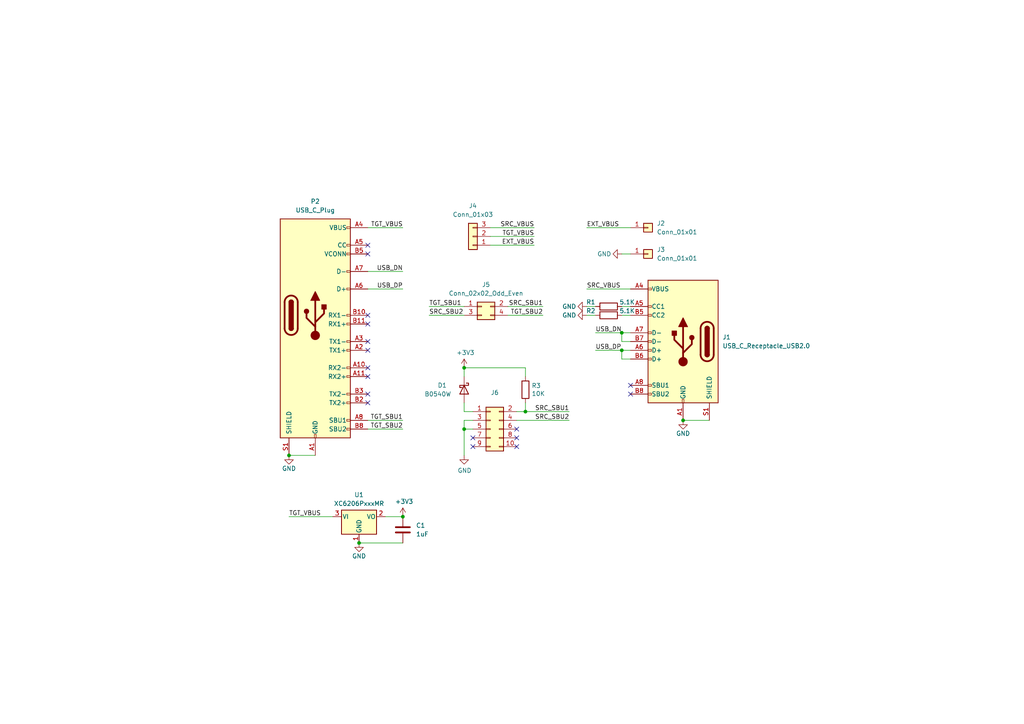
<source format=kicad_sch>
(kicad_sch (version 20231120) (generator "eeschema") (generator_version "8.0")
  (paper "A4")
  (title_block (title "Sitina 1 USB-C Breakout") (date "2024-05-09") (rev "R0.9") (company "Copyright 2024 Wenting Zhang"))
  (lib_symbols
    (symbol "Connector:USB_C_Plug" (pin_names (offset 1.016))
      (property "Reference" "P" (at -10.16 29.21 0))
      (property "Value" "USB_C_Plug" (at 10.16 29.21 0))
      (symbol "USB_C_Plug_0_0"
        (rectangle (start -0.254 -35.56) (end 0.254 -34.544))
        (rectangle (start 10.16 -32.766) (end 9.144 -33.274))
        (rectangle (start 10.16 -30.226) (end 9.144 -30.734))
        (rectangle (start 10.16 -25.146) (end 9.144 -25.654))
        (rectangle (start 10.16 -22.606) (end 9.144 -23.114))
        (rectangle (start 10.16 -17.526) (end 9.144 -18.034))
        (rectangle (start 10.16 -14.986) (end 9.144 -15.494))
        (rectangle (start 10.16 -9.906) (end 9.144 -10.414))
        (rectangle (start 10.16 -7.366) (end 9.144 -7.874))
        (rectangle (start 10.16 -2.286) (end 9.144 -2.794))
        (rectangle (start 10.16 0.254) (end 9.144 -0.254))
        (rectangle (start 10.16 7.874) (end 9.144 7.366))
        (rectangle (start 10.16 12.954) (end 9.144 12.446))
        (rectangle (start 10.16 18.034) (end 9.144 17.526))
        (rectangle (start 10.16 20.574) (end 9.144 20.066))
        (rectangle (start 10.16 25.654) (end 9.144 25.146))
      )
      (symbol "USB_C_Plug_0_1"
        (rectangle (start -10.16 27.94) (end 10.16 -35.56) (stroke (width 0.254)) (fill (type background)))
        (arc (start -8.89 -3.81) (mid -6.985 -5.7067) (end -5.08 -3.81) (stroke (width 0.508)))
        (arc (start -7.62 -3.81) (mid -6.985 -4.4423) (end -6.35 -3.81) (stroke (width 0.254)))
        (arc (start -7.62 -3.81) (mid -6.985 -4.4423) (end -6.35 -3.81) (stroke (width 0.254)) (fill (type outline)))
        (rectangle (start -7.62 -3.81) (end -6.35 3.81) (stroke (width 0.254)) (fill (type outline)))
        (arc (start -6.35 3.81) (mid -6.985 4.4423) (end -7.62 3.81) (stroke (width 0.254)))
        (arc (start -6.35 3.81) (mid -6.985 4.4423) (end -7.62 3.81) (stroke (width 0.254)) (fill (type outline)))
        (arc (start -5.08 3.81) (mid -6.985 5.7067) (end -8.89 3.81) (stroke (width 0.508)))
        (polyline (pts (xy -8.89 -3.81) (xy -8.89 3.81)) (stroke (width 0.508)))
        (polyline (pts (xy -5.08 3.81) (xy -5.08 -3.81)) (stroke (width 0.508)))
      )
      (symbol "USB_C_Plug_1_1"
        (circle (center -2.54 1.143) (radius 0.635) (stroke (width 0.254)) (fill (type outline)))
        (circle (center 0 -5.842) (radius 1.27) (fill (type outline)))
        (polyline (pts (xy 0 -5.842) (xy 0 4.318)) (stroke (width 0.508)))
        (polyline (pts (xy 0 -3.302) (xy -2.54 -0.762) (xy -2.54 0.508)) (stroke (width 0.508)))
        (polyline (pts (xy 0 -2.032) (xy 2.54 0.508) (xy 2.54 1.778)) (stroke (width 0.508)))
        (polyline (pts (xy -1.27 4.318) (xy 0 6.858) (xy 1.27 4.318) (xy -1.27 4.318)) (stroke (width 0.254)) (fill (type outline)))
        (rectangle (start 1.905 1.778) (end 3.175 3.048) (stroke (width 0.254)) (fill (type outline)))
        (pin passive line (at 0 -40.64 90) (length 5.08) (name "GND") (number "A1"))
        (pin bidirectional line (at 15.24 -15.24 180) (length 5.08) (name "RX2-") (number "A10"))
        (pin bidirectional line (at 15.24 -17.78 180) (length 5.08) (name "RX2+") (number "A11"))
        (pin passive line (at 0 -40.64 90) (length 5.08) hide (name "GND") (number "A12"))
        (pin bidirectional line (at 15.24 -10.16 180) (length 5.08) (name "TX1+") (number "A2"))
        (pin bidirectional line (at 15.24 -7.62 180) (length 5.08) (name "TX1-") (number "A3"))
        (pin passive line (at 15.24 25.4 180) (length 5.08) (name "VBUS") (number "A4"))
        (pin bidirectional line (at 15.24 20.32 180) (length 5.08) (name "CC") (number "A5"))
        (pin bidirectional line (at 15.24 7.62 180) (length 5.08) (name "D+") (number "A6"))
        (pin bidirectional line (at 15.24 12.7 180) (length 5.08) (name "D-") (number "A7"))
        (pin bidirectional line (at 15.24 -30.48 180) (length 5.08) (name "SBU1") (number "A8"))
        (pin passive line (at 15.24 25.4 180) (length 5.08) hide (name "VBUS") (number "A9"))
        (pin passive line (at 0 -40.64 90) (length 5.08) hide (name "GND") (number "B1"))
        (pin bidirectional line (at 15.24 0 180) (length 5.08) (name "RX1-") (number "B10"))
        (pin bidirectional line (at 15.24 -2.54 180) (length 5.08) (name "RX1+") (number "B11"))
        (pin passive line (at 0 -40.64 90) (length 5.08) hide (name "GND") (number "B12"))
        (pin bidirectional line (at 15.24 -25.4 180) (length 5.08) (name "TX2+") (number "B2"))
        (pin bidirectional line (at 15.24 -22.86 180) (length 5.08) (name "TX2-") (number "B3"))
        (pin passive line (at 15.24 25.4 180) (length 5.08) hide (name "VBUS") (number "B4"))
        (pin bidirectional line (at 15.24 17.78 180) (length 5.08) (name "VCONN") (number "B5"))
        (pin bidirectional line (at 15.24 -33.02 180) (length 5.08) (name "SBU2") (number "B8"))
        (pin passive line (at 15.24 25.4 180) (length 5.08) hide (name "VBUS") (number "B9"))
        (pin passive line (at -7.62 -40.64 90) (length 5.08) (name "SHIELD") (number "S1"))
      )
    )
    (symbol "Connector:USB_C_Receptacle_USB2.0" (pin_names (offset 1.016))
      (property "Reference" "J" (at -10.16 19.05 0))
      (property "Value" "USB_C_Receptacle_USB2.0" (at 19.05 19.05 0))
      (symbol "USB_C_Receptacle_USB2.0_0_0"
        (rectangle (start -0.254 -17.78) (end 0.254 -16.764))
        (rectangle (start 10.16 -14.986) (end 9.144 -15.494))
        (rectangle (start 10.16 -12.446) (end 9.144 -12.954))
        (rectangle (start 10.16 -4.826) (end 9.144 -5.334))
        (rectangle (start 10.16 -2.286) (end 9.144 -2.794))
        (rectangle (start 10.16 0.254) (end 9.144 -0.254))
        (rectangle (start 10.16 2.794) (end 9.144 2.286))
        (rectangle (start 10.16 7.874) (end 9.144 7.366))
        (rectangle (start 10.16 10.414) (end 9.144 9.906))
        (rectangle (start 10.16 15.494) (end 9.144 14.986))
      )
      (symbol "USB_C_Receptacle_USB2.0_0_1"
        (rectangle (start -10.16 17.78) (end 10.16 -17.78) (stroke (width 0.254)) (fill (type background)))
        (arc (start -8.89 -3.81) (mid -6.985 -5.7067) (end -5.08 -3.81) (stroke (width 0.508)))
        (arc (start -7.62 -3.81) (mid -6.985 -4.4423) (end -6.35 -3.81) (stroke (width 0.254)))
        (arc (start -7.62 -3.81) (mid -6.985 -4.4423) (end -6.35 -3.81) (stroke (width 0.254)) (fill (type outline)))
        (rectangle (start -7.62 -3.81) (end -6.35 3.81) (stroke (width 0.254)) (fill (type outline)))
        (arc (start -6.35 3.81) (mid -6.985 4.4423) (end -7.62 3.81) (stroke (width 0.254)))
        (arc (start -6.35 3.81) (mid -6.985 4.4423) (end -7.62 3.81) (stroke (width 0.254)) (fill (type outline)))
        (arc (start -5.08 3.81) (mid -6.985 5.7067) (end -8.89 3.81) (stroke (width 0.508)))
        (circle (center -2.54 1.143) (radius 0.635) (stroke (width 0.254)) (fill (type outline)))
        (circle (center 0 -5.842) (radius 1.27) (fill (type outline)))
        (polyline (pts (xy -8.89 -3.81) (xy -8.89 3.81)) (stroke (width 0.508)))
        (polyline (pts (xy -5.08 3.81) (xy -5.08 -3.81)) (stroke (width 0.508)))
        (polyline (pts (xy 0 -5.842) (xy 0 4.318)) (stroke (width 0.508)))
        (polyline (pts (xy 0 -3.302) (xy -2.54 -0.762) (xy -2.54 0.508)) (stroke (width 0.508)))
        (polyline (pts (xy 0 -2.032) (xy 2.54 0.508) (xy 2.54 1.778)) (stroke (width 0.508)))
        (polyline (pts (xy -1.27 4.318) (xy 0 6.858) (xy 1.27 4.318) (xy -1.27 4.318)) (stroke (width 0.254)) (fill (type outline)))
        (rectangle (start 1.905 1.778) (end 3.175 3.048) (stroke (width 0.254)) (fill (type outline)))
      )
      (symbol "USB_C_Receptacle_USB2.0_1_1"
        (pin passive line (at 0 -22.86 90) (length 5.08) (name "GND") (number "A1"))
        (pin passive line (at 0 -22.86 90) (length 5.08) hide (name "GND") (number "A12"))
        (pin passive line (at 15.24 15.24 180) (length 5.08) (name "VBUS") (number "A4"))
        (pin bidirectional line (at 15.24 10.16 180) (length 5.08) (name "CC1") (number "A5"))
        (pin bidirectional line (at 15.24 -2.54 180) (length 5.08) (name "D+") (number "A6"))
        (pin bidirectional line (at 15.24 2.54 180) (length 5.08) (name "D-") (number "A7"))
        (pin bidirectional line (at 15.24 -12.7 180) (length 5.08) (name "SBU1") (number "A8"))
        (pin passive line (at 15.24 15.24 180) (length 5.08) hide (name "VBUS") (number "A9"))
        (pin passive line (at 0 -22.86 90) (length 5.08) hide (name "GND") (number "B1"))
        (pin passive line (at 0 -22.86 90) (length 5.08) hide (name "GND") (number "B12"))
        (pin passive line (at 15.24 15.24 180) (length 5.08) hide (name "VBUS") (number "B4"))
        (pin bidirectional line (at 15.24 7.62 180) (length 5.08) (name "CC2") (number "B5"))
        (pin bidirectional line (at 15.24 -5.08 180) (length 5.08) (name "D+") (number "B6"))
        (pin bidirectional line (at 15.24 0 180) (length 5.08) (name "D-") (number "B7"))
        (pin bidirectional line (at 15.24 -15.24 180) (length 5.08) (name "SBU2") (number "B8"))
        (pin passive line (at 15.24 15.24 180) (length 5.08) hide (name "VBUS") (number "B9"))
        (pin passive line (at -7.62 -22.86 90) (length 5.08) (name "SHIELD") (number "S1"))
      )
    )
    (symbol "Connector_Generic:Conn_01x01" (pin_names (offset 1.016) hide)
      (property "Reference" "J" (at 0 2.54 0))
      (property "Value" "Conn_01x01" (at 0 -2.54 0))
      (symbol "Conn_01x01_1_1"
        (rectangle (start -1.27 0.127) (end 0 -0.127) (stroke (width 0.1524)))
        (rectangle (start -1.27 1.27) (end 1.27 -1.27) (stroke (width 0.254)) (fill (type background)))
        (pin passive line (at -5.08 0 0) (length 3.81) (name "Pin_1") (number "1"))
      )
    )
    (symbol "Connector_Generic:Conn_01x03" (pin_names (offset 1.016) hide)
      (property "Reference" "J" (at 0 5.08 0))
      (property "Value" "Conn_01x03" (at 0 -5.08 0))
      (symbol "Conn_01x03_1_1"
        (rectangle (start -1.27 -2.413) (end 0 -2.667) (stroke (width 0.1524)))
        (rectangle (start -1.27 0.127) (end 0 -0.127) (stroke (width 0.1524)))
        (rectangle (start -1.27 2.667) (end 0 2.413) (stroke (width 0.1524)))
        (rectangle (start -1.27 3.81) (end 1.27 -3.81) (stroke (width 0.254)) (fill (type background)))
        (pin passive line (at -5.08 2.54 0) (length 3.81) (name "Pin_1") (number "1"))
        (pin passive line (at -5.08 0 0) (length 3.81) (name "Pin_2") (number "2"))
        (pin passive line (at -5.08 -2.54 0) (length 3.81) (name "Pin_3") (number "3"))
      )
    )
    (symbol "Connector_Generic:Conn_02x02_Odd_Even" (pin_names (offset 1.016) hide)
      (property "Reference" "J" (at 1.27 2.54 0))
      (property "Value" "Conn_02x02_Odd_Even" (at 1.27 -5.08 0))
      (symbol "Conn_02x02_Odd_Even_1_1"
        (rectangle (start -1.27 -2.413) (end 0 -2.667) (stroke (width 0.1524)))
        (rectangle (start -1.27 0.127) (end 0 -0.127) (stroke (width 0.1524)))
        (rectangle (start -1.27 1.27) (end 3.81 -3.81) (stroke (width 0.254)) (fill (type background)))
        (rectangle (start 3.81 -2.413) (end 2.54 -2.667) (stroke (width 0.1524)))
        (rectangle (start 3.81 0.127) (end 2.54 -0.127) (stroke (width 0.1524)))
        (pin passive line (at -5.08 0 0) (length 3.81) (name "Pin_1") (number "1"))
        (pin passive line (at 7.62 0 180) (length 3.81) (name "Pin_2") (number "2"))
        (pin passive line (at -5.08 -2.54 0) (length 3.81) (name "Pin_3") (number "3"))
        (pin passive line (at 7.62 -2.54 180) (length 3.81) (name "Pin_4") (number "4"))
      )
    )
    (symbol "Connector_Generic:Conn_02x05_Odd_Even" (pin_names (offset 1.016) hide)
      (property "Reference" "J" (at 1.27 7.62 0))
      (property "Value" "Conn_02x05_Odd_Even" (at 1.27 -7.62 0))
      (symbol "Conn_02x05_Odd_Even_1_1"
        (rectangle (start -1.27 -4.953) (end 0 -5.207) (stroke (width 0.1524)))
        (rectangle (start -1.27 -2.413) (end 0 -2.667) (stroke (width 0.1524)))
        (rectangle (start -1.27 0.127) (end 0 -0.127) (stroke (width 0.1524)))
        (rectangle (start -1.27 2.667) (end 0 2.413) (stroke (width 0.1524)))
        (rectangle (start -1.27 5.207) (end 0 4.953) (stroke (width 0.1524)))
        (rectangle (start -1.27 6.35) (end 3.81 -6.35) (stroke (width 0.254)) (fill (type background)))
        (rectangle (start 3.81 -4.953) (end 2.54 -5.207) (stroke (width 0.1524)))
        (rectangle (start 3.81 -2.413) (end 2.54 -2.667) (stroke (width 0.1524)))
        (rectangle (start 3.81 0.127) (end 2.54 -0.127) (stroke (width 0.1524)))
        (rectangle (start 3.81 2.667) (end 2.54 2.413) (stroke (width 0.1524)))
        (rectangle (start 3.81 5.207) (end 2.54 4.953) (stroke (width 0.1524)))
        (pin passive line (at -5.08 5.08 0) (length 3.81) (name "Pin_1") (number "1"))
        (pin passive line (at 7.62 -5.08 180) (length 3.81) (name "Pin_10") (number "10"))
        (pin passive line (at 7.62 5.08 180) (length 3.81) (name "Pin_2") (number "2"))
        (pin passive line (at -5.08 2.54 0) (length 3.81) (name "Pin_3") (number "3"))
        (pin passive line (at 7.62 2.54 180) (length 3.81) (name "Pin_4") (number "4"))
        (pin passive line (at -5.08 0 0) (length 3.81) (name "Pin_5") (number "5"))
        (pin passive line (at 7.62 0 180) (length 3.81) (name "Pin_6") (number "6"))
        (pin passive line (at -5.08 -2.54 0) (length 3.81) (name "Pin_7") (number "7"))
        (pin passive line (at 7.62 -2.54 180) (length 3.81) (name "Pin_8") (number "8"))
        (pin passive line (at -5.08 -5.08 0) (length 3.81) (name "Pin_9") (number "9"))
      )
    )
    (symbol "Device:C" (pin_numbers hide) (pin_names (offset 0.254))
      (property "Reference" "C" (at 0.635 2.54 0))
      (property "Value" "C" (at 0.635 -2.54 0))
      (symbol "C_0_1"
        (polyline (pts (xy -2.032 -0.762) (xy 2.032 -0.762)) (stroke (width 0.508)))
        (polyline (pts (xy -2.032 0.762) (xy 2.032 0.762)) (stroke (width 0.508)))
      )
      (symbol "C_1_1"
        (pin passive line (at 0 3.81 270) (length 2.794) (name "~") (number "1"))
        (pin passive line (at 0 -3.81 90) (length 2.794) (name "~") (number "2"))
      )
    )
    (symbol "Device:D_Schottky" (pin_numbers hide) (pin_names (offset 1.016) hide)
      (property "Reference" "D" (at 0 2.54 0))
      (property "Value" "D_Schottky" (at 0 -2.54 0))
      (symbol "D_Schottky_0_1"
        (polyline (pts (xy 1.27 0) (xy -1.27 0)))
        (polyline (pts (xy 1.27 1.27) (xy 1.27 -1.27) (xy -1.27 0) (xy 1.27 1.27)) (stroke (width 0.254)))
        (polyline (pts (xy -1.905 0.635) (xy -1.905 1.27) (xy -1.27 1.27) (xy -1.27 -1.27) (xy -0.635 -1.27) (xy -0.635 -0.635)) (stroke (width 0.254)))
      )
      (symbol "D_Schottky_1_1"
        (pin passive line (at -3.81 0 0) (length 2.54) (name "K") (number "1"))
        (pin passive line (at 3.81 0 180) (length 2.54) (name "A") (number "2"))
      )
    )
    (symbol "Device:R" (pin_numbers hide) (pin_names (offset 0))
      (property "Reference" "R" (at 2.032 0 90))
      (property "Value" "R" (at 0 0 90))
      (symbol "R_0_1"
        (rectangle (start -1.016 -2.54) (end 1.016 2.54) (stroke (width 0.254)))
      )
      (symbol "R_1_1"
        (pin passive line (at 0 3.81 270) (length 1.27) (name "~") (number "1"))
        (pin passive line (at 0 -3.81 90) (length 1.27) (name "~") (number "2"))
      )
    )
    (symbol "Regulator_Linear:XC6206PxxxMR" (pin_names (offset 0.254))
      (property "Reference" "U" (at -3.81 3.175 0))
      (property "Value" "XC6206PxxxMR" (at 0 3.175 0))
      (symbol "XC6206PxxxMR_0_1"
        (rectangle (start -5.08 1.905) (end 5.08 -5.08) (stroke (width 0.254)) (fill (type background)))
      )
      (symbol "XC6206PxxxMR_1_1"
        (pin power_in line (at 0 -7.62 90) (length 2.54) (name "GND") (number "1"))
        (pin power_out line (at 7.62 0 180) (length 2.54) (name "VO") (number "2"))
        (pin power_in line (at -7.62 0 0) (length 2.54) (name "VI") (number "3"))
      )
    )
    (symbol "power:+3V3" (power) (pin_names (offset 0))
      (property "Value" "+3V3" (at 0 3.556 0))
      (symbol "+3V3_0_1"
        (polyline (pts (xy -0.762 1.27) (xy 0 2.54)))
        (polyline (pts (xy 0 0) (xy 0 2.54)))
        (polyline (pts (xy 0 2.54) (xy 0.762 1.27)))
      )
      (symbol "+3V3_1_1"
        (pin power_in line (at 0 0 90) (length 0) hide (name "+3V3") (number "1"))
      )
    )
    (symbol "power:GND" (power) (pin_names (offset 0))
      (property "Value" "GND" (at 0 -3.81 0))
      (symbol "GND_0_1"
        (polyline (pts (xy 0 0) (xy 0 -1.27) (xy 1.27 -1.27) (xy 0 -2.54) (xy -1.27 -1.27) (xy 0 -1.27)))
      )
      (symbol "GND_1_1"
        (pin power_in line (at 0 0 270) (length 0) hide (name "GND") (number "1"))
      )
    )
  )
  (junction (at 180.34 101.6))
  (junction (at 104.14 157.48))
  (junction (at 83.82 132.08))
  (junction (at 116.84 149.86))
  (junction (at 134.62 124.46) (diameter 0.9144))
  (junction (at 152.4 119.38))
  (junction (at 198.12 121.92))
  (junction (at 180.34 96.52))
  (junction (at 134.62 106.68) (diameter 0.9144))
  (no_connect (at 106.68 106.68))
  (no_connect (at 106.68 114.3))
  (no_connect (at 106.68 91.44))
  (no_connect (at 137.16 127))
  (no_connect (at 106.68 109.22))
  (no_connect (at 106.68 116.84))
  (no_connect (at 106.68 101.6))
  (no_connect (at 106.68 99.06))
  (no_connect (at 106.68 93.98))
  (no_connect (at 106.68 71.12))
  (no_connect (at 149.86 127))
  (no_connect (at 106.68 73.66))
  (no_connect (at 149.86 124.46))
  (no_connect (at 182.88 111.76))
  (no_connect (at 137.16 129.54))
  (no_connect (at 149.86 129.54))
  (no_connect (at 182.88 114.3))
  (wire (pts (xy 142.24 68.58) (xy 154.94 68.58)))
  (wire (pts (xy 142.24 71.12) (xy 154.94 71.12)))
  (wire (pts (xy 152.4 106.68) (xy 134.62 106.68)))
  (wire (pts (xy 83.82 132.08) (xy 91.44 132.08)))
  (wire (pts (xy 134.62 121.92) (xy 134.62 124.46)))
  (wire (pts (xy 104.14 157.48) (xy 116.84 157.48)))
  (wire (pts (xy 134.62 116.84) (xy 134.62 119.38)))
  (wire (pts (xy 149.86 119.38) (xy 152.4 119.38)))
  (wire (pts (xy 106.68 66.04) (xy 116.84 66.04)))
  (wire (pts (xy 172.72 96.52) (xy 180.34 96.52)))
  (wire (pts (xy 106.68 121.92) (xy 116.84 121.92)))
  (wire (pts (xy 134.62 91.44) (xy 124.46 91.44)))
  (wire (pts (xy 182.88 104.14) (xy 180.34 104.14)))
  (wire (pts (xy 147.32 91.44) (xy 157.48 91.44)))
  (wire (pts (xy 172.72 101.6) (xy 180.34 101.6)))
  (wire (pts (xy 106.68 124.46) (xy 116.84 124.46)))
  (wire (pts (xy 182.88 66.04) (xy 170.18 66.04)))
  (wire (pts (xy 134.62 106.68) (xy 134.62 109.22)))
  (wire (pts (xy 182.88 83.82) (xy 170.18 83.82)))
  (wire (pts (xy 134.62 88.9) (xy 124.46 88.9)))
  (wire (pts (xy 137.16 124.46) (xy 134.62 124.46)))
  (wire (pts (xy 134.62 124.46) (xy 134.62 132.08)))
  (wire (pts (xy 137.16 119.38) (xy 134.62 119.38)))
  (wire (pts (xy 152.4 106.68) (xy 152.4 109.22)))
  (wire (pts (xy 147.32 88.9) (xy 157.48 88.9)))
  (wire (pts (xy 152.4 119.38) (xy 165.1 119.38)))
  (wire (pts (xy 180.34 96.52) (xy 182.88 96.52)))
  (wire (pts (xy 180.34 88.9) (xy 182.88 88.9)))
  (wire (pts (xy 149.86 121.92) (xy 165.1 121.92)))
  (wire (pts (xy 106.68 83.82) (xy 116.84 83.82)))
  (wire (pts (xy 198.12 121.92) (xy 205.74 121.92)))
  (wire (pts (xy 137.16 121.92) (xy 134.62 121.92)))
  (wire (pts (xy 170.18 91.44) (xy 172.72 91.44)))
  (wire (pts (xy 180.34 101.6) (xy 182.88 101.6)))
  (wire (pts (xy 170.18 88.9) (xy 172.72 88.9)))
  (wire (pts (xy 83.82 149.86) (xy 96.52 149.86)))
  (wire (pts (xy 182.88 99.06) (xy 180.34 99.06)))
  (wire (pts (xy 152.4 116.84) (xy 152.4 119.38)))
  (wire (pts (xy 111.76 149.86) (xy 116.84 149.86)))
  (wire (pts (xy 180.34 99.06) (xy 180.34 96.52)))
  (wire (pts (xy 180.34 91.44) (xy 182.88 91.44)))
  (wire (pts (xy 142.24 66.04) (xy 154.94 66.04)))
  (wire (pts (xy 106.68 78.74) (xy 116.84 78.74)))
  (wire (pts (xy 180.34 104.14) (xy 180.34 101.6)))
  (wire (pts (xy 180.34 73.66) (xy 182.88 73.66)))
  (label "TGT_SBU1" (at 124.46 88.9 0))
  (label "TGT_SBU2" (at 116.84 124.46 180))
  (label "TGT_SBU2" (at 157.48 91.44 180))
  (label "USB_DP" (at 116.84 83.82 180))
  (label "SRC_SBU2" (at 165.1 121.92 180))
  (label "SRC_SBU1" (at 157.48 88.9 180))
  (label "SRC_VBUS" (at 154.94 66.04 180))
  (label "USB_DN" (at 172.72 96.52 0))
  (label "USB_DN" (at 116.84 78.74 180))
  (label "USB_DP" (at 172.72 101.6 0))
  (label "TGT_VBUS" (at 83.82 149.86 0))
  (label "EXT_VBUS" (at 154.94 71.12 180))
  (label "TGT_SBU1" (at 116.84 121.92 180))
  (label "SRC_VBUS" (at 170.18 83.82 0))
  (label "SRC_SBU2" (at 124.46 91.44 0))
  (label "EXT_VBUS" (at 170.18 66.04 0))
  (label "SRC_SBU1" (at 165.1 119.38 180))
  (label "TGT_VBUS" (at 116.84 66.04 180))
  (label "TGT_VBUS" (at 154.94 68.58 180))
  (symbol (lib_id "power:GND") (at 170.18 91.44 270) (unit 1)
    (property "Reference" "#PWR05" (effects (hide yes)))
    (property "Value" "GND" (at 165.1 91.44 90))
  )
  (symbol (lib_id "Connector_Generic:Conn_01x01") (at 187.96 73.66 0) (unit 1)
    (property "Reference" "J3" (at 190.5 72.3899 0) (effects (justify left)))
    (property "Value" "Conn_01x01" (at 190.5 74.9299 0) (effects (justify left)))
    (property "Footprint" "Connector_PinHeader_2.54mm:PinHeader_1x01_P2.54mm_Vertical" (effects (hide yes)))
    (property "Description" "Generic connector, single row, 01x01, script generated (kicad-library-utils/schlib/autogen/connector/)" (effects (hide yes)))
  )
  (symbol (lib_id "power:GND") (at 83.82 132.08 0) (unit 1)
    (property "Reference" "#PWR03" (effects (hide yes)))
    (property "Value" "GND" (at 83.82 135.89 0))
  )
  (symbol (lib_id "Connector:USB_C_Plug") (at 91.44 91.44 0) (unit 1)
    (property "Reference" "P2" (at 91.44 58.42 0))
    (property "Value" "USB_C_Plug" (at 91.44 60.96 0))
    (property "Footprint" "Connector_USB:USB_C_Plug_Molex_105444" (effects (hide yes)))
    (property "Datasheet" "https://www.usb.org/sites/default/files/documents/usb_type-c.zip" (effects (hide yes)))
    (property "Description" "USB Type-C Plug connector" (effects (hide yes)))
  )
  (symbol (lib_id "power:+3V3") (at 116.84 149.86 0) (unit 1)
    (property "Reference" "#PWR08" (effects (hide yes)))
    (property "Value" "+3V3" (at 117.221 145.4658 0))
  )
  (symbol (lib_id "power:GND") (at 134.62 132.08 0) (unit 1)
    (property "Reference" "#PWR07" (effects (hide yes)))
    (property "Value" "GND" (at 134.747 136.4742 0))
  )
  (symbol (lib_id "Device:R") (at 176.53 91.44 90) (unit 1)
    (property "Reference" "R2" (at 172.72 90.17 90) (effects (justify left)))
    (property "Value" "5.1K" (at 184.15 90.17 90) (effects (justify left)))
    (property "Footprint" "Resistor_SMD:R_0402_1005Metric" (effects (hide yes)))
  )
  (symbol (lib_id "Device:C") (at 116.84 153.67 0) (unit 1)
    (property "Reference" "C1" (at 120.65 152.3999 0) (effects (justify left)))
    (property "Value" "1uF" (at 120.65 154.9399 0) (effects (justify left)))
    (property "Footprint" "Capacitor_SMD:C_0603_1608Metric" (effects (hide yes)))
    (property "Description" "Unpolarized capacitor" (effects (hide yes)))
  )
  (symbol (lib_id "Connector:USB_C_Receptacle_USB2.0") (at 198.12 99.06 0) (mirror y) (unit 1)
    (property "Reference" "J1" (at 209.55 97.7899 0) (effects (justify right)))
    (property "Value" "USB_C_Receptacle_USB2.0" (at 209.55 100.3299 0) (effects (justify right)))
    (property "Footprint" "Connector_USB:USB_C_Receptacle_HRO_TYPE-C-31-M-12" (effects (hide yes)))
    (property "Datasheet" "https://www.usb.org/sites/default/files/documents/usb_type-c.zip" (effects (hide yes)))
  )
  (symbol (lib_id "Regulator_Linear:XC6206PxxxMR") (at 104.14 149.86 0) (unit 1)
    (property "Reference" "U1" (at 104.14 143.51 0))
    (property "Value" "XC6206PxxxMR" (at 104.14 146.05 0))
    (property "Footprint" "Package_TO_SOT_SMD:SOT-23-3" (effects (hide yes)))
    (property "Datasheet" "https://www.torexsemi.com/file/xc6206/XC6206.pdf" (effects (hide yes)))
    (property "Description" "Positive 60-250mA Low Dropout Regulator, Fixed Output, SOT-23" (effects (hide yes)))
  )
  (symbol (lib_id "power:GND") (at 180.34 73.66 270) (unit 1)
    (property "Reference" "#PWR02" (effects (hide yes)))
    (property "Value" "GND" (at 175.26 73.66 90))
  )
  (symbol (lib_id "Connector_Generic:Conn_02x02_Odd_Even") (at 139.7 88.9 0) (unit 1)
    (property "Reference" "J5" (at 140.97 82.55 0))
    (property "Value" "Conn_02x02_Odd_Even" (at 140.97 85.09 0))
    (property "Footprint" "Connector_PinHeader_2.54mm:PinHeader_2x02_P2.54mm_Vertical" (effects (hide yes)))
    (property "Description" "Generic connector, double row, 02x02, odd/even pin numbering scheme (row 1 odd numbers, row 2 even numbers), script generated (kicad-library-utils/schlib/autogen/connector/)" (effects (hide yes)))
  )
  (symbol (lib_id "Connector_Generic:Conn_02x05_Odd_Even") (at 142.24 124.46 0) (unit 1)
    (property "Reference" "J6" (at 143.51 113.8682 0))
    (property "Value" "Conn_02x05_Odd_Even" (effects (hide yes)))
    (property "Footprint" "Connector_PinHeader_1.27mm:PinHeader_2x05_P1.27mm_Vertical_SMD" (effects (hide yes)))
  )
  (symbol (lib_id "Connector_Generic:Conn_01x01") (at 187.96 66.04 0) (unit 1)
    (property "Reference" "J2" (at 190.5 64.7699 0) (effects (justify left)))
    (property "Value" "Conn_01x01" (at 190.5 67.3099 0) (effects (justify left)))
    (property "Footprint" "Connector_PinHeader_2.54mm:PinHeader_1x01_P2.54mm_Vertical" (effects (hide yes)))
    (property "Description" "Generic connector, single row, 01x01, script generated (kicad-library-utils/schlib/autogen/connector/)" (effects (hide yes)))
  )
  (symbol (lib_id "Connector_Generic:Conn_01x03") (at 137.16 68.58 180) (unit 1)
    (property "Reference" "J4" (at 137.16 59.69 0))
    (property "Value" "Conn_01x03" (at 137.16 62.23 0))
    (property "Footprint" "Connector_PinHeader_2.54mm:PinHeader_1x03_P2.54mm_Vertical" (effects (hide yes)))
    (property "Description" "Generic connector, single row, 01x03, script generated (kicad-library-utils/schlib/autogen/connector/)" (effects (hide yes)))
  )
  (symbol (lib_id "Device:R") (at 152.4 113.03 0) (unit 1)
    (property "Reference" "R3" (at 154.178 111.8616 0) (effects (justify left)))
    (property "Value" "10K" (at 154.178 114.173 0) (effects (justify left)))
    (property "Footprint" "Resistor_SMD:R_0402_1005Metric" (effects (hide yes)))
  )
  (symbol (lib_id "power:GND") (at 170.18 88.9 270) (unit 1)
    (property "Reference" "#PWR04" (effects (hide yes)))
    (property "Value" "GND" (at 165.1 88.9 90))
  )
  (symbol (lib_id "power:GND") (at 198.12 121.92 0) (unit 1)
    (property "Reference" "#PWR01" (effects (hide yes)))
    (property "Value" "GND" (at 198.12 125.73 0))
  )
  (symbol (lib_id "Device:R") (at 176.53 88.9 90) (unit 1)
    (property "Reference" "R1" (at 172.72 87.63 90) (effects (justify left)))
    (property "Value" "5.1K" (at 184.15 87.63 90) (effects (justify left)))
    (property "Footprint" "Resistor_SMD:R_0402_1005Metric" (effects (hide yes)))
  )
  (symbol (lib_id "power:+3V3") (at 134.62 106.68 0) (unit 1)
    (property "Reference" "#PWR06" (effects (hide yes)))
    (property "Value" "+3V3" (at 135.001 102.2858 0))
  )
  (symbol (lib_id "power:GND") (at 104.14 157.48 0) (unit 1)
    (property "Reference" "#PWR09" (effects (hide yes)))
    (property "Value" "GND" (at 104.14 161.29 0))
  )
  (symbol (lib_id "Device:D_Schottky") (at 134.62 113.03 270) (unit 1)
    (property "Reference" "D1" (at 128.27 111.76 90))
    (property "Value" "B0540W" (at 127 114.3 90))
    (property "Footprint" "Diode_SMD:D_SOD-323" (effects (hide yes)))
  )
)
</source>
